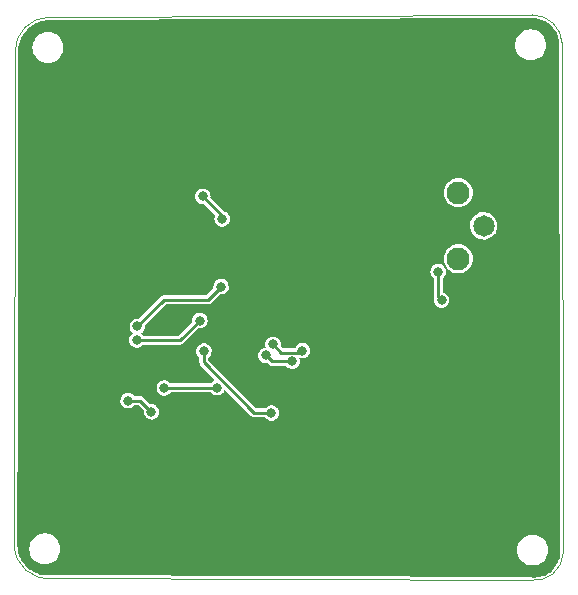
<source format=gbr>
%TF.GenerationSoftware,KiCad,Pcbnew,(6.0.7)*%
%TF.CreationDate,2022-11-05T01:20:28+05:30*%
%TF.ProjectId,Interface_PCB,496e7465-7266-4616-9365-5f5043422e6b,rev?*%
%TF.SameCoordinates,Original*%
%TF.FileFunction,Copper,L2,Bot*%
%TF.FilePolarity,Positive*%
%FSLAX46Y46*%
G04 Gerber Fmt 4.6, Leading zero omitted, Abs format (unit mm)*
G04 Created by KiCad (PCBNEW (6.0.7)) date 2022-11-05 01:20:28*
%MOMM*%
%LPD*%
G01*
G04 APERTURE LIST*
%TA.AperFunction,Profile*%
%ADD10C,0.100000*%
%TD*%
%TA.AperFunction,ComponentPad*%
%ADD11C,1.950000*%
%TD*%
%TA.AperFunction,ComponentPad*%
%ADD12C,1.815000*%
%TD*%
%TA.AperFunction,ViaPad*%
%ADD13C,0.800000*%
%TD*%
%TA.AperFunction,Conductor*%
%ADD14C,0.250000*%
%TD*%
G04 APERTURE END LIST*
D10*
X117094000Y-83007162D02*
G75*
G03*
X114147600Y-86004400I-400J-2946438D01*
G01*
X117246400Y-130530600D02*
X157748260Y-130697260D01*
X160477221Y-85216999D02*
G75*
G03*
X157962600Y-82829400I-2514621J-130401D01*
G01*
X157748256Y-130697285D02*
G75*
G03*
X160578800Y-128371600I379644J2423285D01*
G01*
X114096800Y-127736600D02*
X114147600Y-86004400D01*
X117094000Y-83007200D02*
X157962600Y-82829400D01*
X160477200Y-85217000D02*
X160578800Y-128371600D01*
X114096788Y-127736600D02*
G75*
G03*
X117246400Y-130530600I2834212J22700D01*
G01*
D11*
%TO.P,USB,MH1*%
%TO.N,N/C*%
X151679400Y-103485600D03*
%TO.P,USB,MH2*%
X151679400Y-97885600D03*
D12*
%TO.P,USB,MH3*%
X153828400Y-100685600D03*
%TD*%
D13*
%TO.N,GND*%
X152425400Y-122072400D03*
X127635000Y-86004400D03*
X154406600Y-92557600D03*
X148082000Y-99263200D03*
X125831600Y-103505000D03*
X148844000Y-114681000D03*
X119303800Y-99263200D03*
X133400800Y-99161600D03*
X138379200Y-121767600D03*
X127254000Y-94310200D03*
X124587000Y-101193600D03*
X132585896Y-105659772D03*
X145084800Y-113030000D03*
X138480800Y-106349800D03*
X126898400Y-108153200D03*
X151079200Y-114249200D03*
X117424200Y-117322600D03*
X137566400Y-84683600D03*
X131622800Y-104800400D03*
X152857200Y-124536200D03*
%TO.N,LSE_OUT*%
X131685000Y-100101400D03*
X130048000Y-98196400D03*
%TO.N,VBUS*%
X149987000Y-104571800D03*
X150266400Y-106984800D03*
%TO.N,I2C2_SCL*%
X126796800Y-114414900D03*
X131267200Y-114401600D03*
%TO.N,USART2_RX*%
X131602461Y-105838263D03*
X124510800Y-109194600D03*
%TO.N,SPI1_MOSI*%
X138488584Y-111259784D03*
X135991600Y-110718600D03*
%TO.N,SPI1_MISO*%
X135405887Y-111656888D03*
X137612283Y-112150484D03*
%TO.N,I2C2_SDA*%
X125704600Y-116433600D03*
X123723400Y-115493800D03*
%TO.N,USART2_TX*%
X124460000Y-110363000D03*
X129794000Y-108712000D03*
%TO.N,SPI1_CLK*%
X130149600Y-111302800D03*
X135864600Y-116535200D03*
%TD*%
D14*
%TO.N,LSE_OUT*%
X131685000Y-100101400D02*
X131685000Y-99833400D01*
X131685000Y-99833400D02*
X130048000Y-98196400D01*
%TO.N,VBUS*%
X150266400Y-106984800D02*
X149987000Y-106705400D01*
X149987000Y-106705400D02*
X149987000Y-104571800D01*
%TO.N,I2C2_SCL*%
X126796800Y-114414900D02*
X131253900Y-114414900D01*
X131253900Y-114414900D02*
X131267200Y-114401600D01*
%TO.N,USART2_RX*%
X131602461Y-105838263D02*
X130481324Y-106959400D01*
X130481324Y-106959400D02*
X126746000Y-106959400D01*
X126746000Y-106959400D02*
X124510800Y-109194600D01*
%TO.N,SPI1_MOSI*%
X136698984Y-111425984D02*
X135991600Y-110718600D01*
X138488584Y-111259784D02*
X138322384Y-111425984D01*
X138322384Y-111425984D02*
X136698984Y-111425984D01*
%TO.N,SPI1_MISO*%
X135899483Y-112150484D02*
X135405887Y-111656888D01*
X137612283Y-112150484D02*
X135899483Y-112150484D01*
%TO.N,I2C2_SDA*%
X123723400Y-115493800D02*
X124764800Y-115493800D01*
X124764800Y-115493800D02*
X125704600Y-116433600D01*
%TO.N,USART2_TX*%
X124460000Y-110363000D02*
X128143000Y-110363000D01*
X128143000Y-110363000D02*
X129794000Y-108712000D01*
%TO.N,SPI1_CLK*%
X130149600Y-111302800D02*
X130149600Y-112258695D01*
X134426105Y-116535200D02*
X135864600Y-116535200D01*
X130149600Y-112258695D02*
X134426105Y-116535200D01*
%TD*%
%TA.AperFunction,Conductor*%
%TO.N,GND*%
G36*
X157943005Y-83084989D02*
G01*
X157957788Y-83087929D01*
X157962600Y-83088886D01*
X157975235Y-83086373D01*
X157988097Y-83085516D01*
X158245206Y-83101810D01*
X158251448Y-83102605D01*
X158526443Y-83155456D01*
X158532530Y-83157031D01*
X158798651Y-83244175D01*
X158804494Y-83246507D01*
X159057478Y-83366546D01*
X159062980Y-83369597D01*
X159298794Y-83520620D01*
X159303866Y-83524340D01*
X159316979Y-83535301D01*
X159518718Y-83703918D01*
X159523286Y-83708256D01*
X159713747Y-83913518D01*
X159717732Y-83918397D01*
X159875620Y-84138888D01*
X159880761Y-84146068D01*
X159884097Y-84151412D01*
X160017073Y-84397833D01*
X160019708Y-84403555D01*
X160120513Y-84664793D01*
X160122404Y-84670799D01*
X160157063Y-84811401D01*
X160189425Y-84942688D01*
X160190542Y-84948888D01*
X160220119Y-85204713D01*
X160219930Y-85217604D01*
X160218062Y-85230438D01*
X160219266Y-85235190D01*
X160219266Y-85235191D01*
X160221264Y-85243078D01*
X160222789Y-85255191D01*
X160297971Y-117188454D01*
X160323759Y-128141842D01*
X160324215Y-128335739D01*
X160322833Y-128347506D01*
X160319520Y-128361275D01*
X160320285Y-128366123D01*
X160320285Y-128366125D01*
X160321503Y-128373844D01*
X160321839Y-128386809D01*
X160295067Y-128641671D01*
X160293978Y-128648034D01*
X160258461Y-128796784D01*
X160229297Y-128918924D01*
X160227394Y-128925093D01*
X160128212Y-129185344D01*
X160125527Y-129191214D01*
X159993515Y-129436445D01*
X159990093Y-129441919D01*
X159827470Y-129668008D01*
X159823369Y-129672994D01*
X159632857Y-129876155D01*
X159628145Y-129880568D01*
X159412954Y-130057377D01*
X159407719Y-130061137D01*
X159312141Y-130120804D01*
X159171467Y-130208622D01*
X159165780Y-130211679D01*
X158912437Y-130327362D01*
X158906404Y-130329657D01*
X158793397Y-130364445D01*
X158640215Y-130411600D01*
X158633946Y-130413092D01*
X158359396Y-130459911D01*
X158352993Y-130460580D01*
X158187688Y-130467060D01*
X158074686Y-130471490D01*
X158068232Y-130471324D01*
X157813110Y-130448162D01*
X157800459Y-130445318D01*
X157788422Y-130440901D01*
X157770374Y-130441640D01*
X157744709Y-130442691D01*
X157742466Y-130442733D01*
X117259729Y-130276152D01*
X117255715Y-130275973D01*
X117222410Y-130273141D01*
X117222408Y-130273141D01*
X117217525Y-130272726D01*
X117204913Y-130276737D01*
X117192406Y-130279009D01*
X116913126Y-130293465D01*
X116907179Y-130293417D01*
X116650588Y-130275973D01*
X116605490Y-130272907D01*
X116599589Y-130272149D01*
X116374609Y-130229471D01*
X116302516Y-130215795D01*
X116296745Y-130214339D01*
X116008501Y-130122939D01*
X116002945Y-130120804D01*
X115727668Y-129995668D01*
X115722407Y-129992885D01*
X115464038Y-129835808D01*
X115459146Y-129832418D01*
X115221355Y-129645632D01*
X115216902Y-129641682D01*
X115003096Y-129427860D01*
X114999146Y-129423407D01*
X114884992Y-129278060D01*
X114812371Y-129185595D01*
X114808984Y-129180706D01*
X114789337Y-129148383D01*
X114688984Y-128983290D01*
X114651923Y-128922320D01*
X114649141Y-128917059D01*
X114633367Y-128882352D01*
X114524025Y-128641772D01*
X114521894Y-128636226D01*
X114430516Y-128347977D01*
X114429060Y-128342206D01*
X114372727Y-128045129D01*
X114372378Y-128042414D01*
X115370426Y-128042414D01*
X115390320Y-128269803D01*
X115449397Y-128490284D01*
X115545863Y-128697155D01*
X115676787Y-128884133D01*
X115838190Y-129045536D01*
X116025168Y-129176460D01*
X116232039Y-129272926D01*
X116234141Y-129273489D01*
X116234146Y-129273491D01*
X116373501Y-129310830D01*
X116452520Y-129332003D01*
X116622953Y-129346914D01*
X116736865Y-129346914D01*
X116907298Y-129332003D01*
X116986317Y-129310830D01*
X117125672Y-129273491D01*
X117125677Y-129273489D01*
X117127779Y-129272926D01*
X117334650Y-129176460D01*
X117521628Y-129045536D01*
X117683031Y-128884133D01*
X117813955Y-128697156D01*
X117910421Y-128490284D01*
X117969498Y-128269803D01*
X117980503Y-128144014D01*
X156670826Y-128144014D01*
X156690720Y-128371403D01*
X156749797Y-128591884D01*
X156846263Y-128798755D01*
X156977187Y-128985733D01*
X157138590Y-129147136D01*
X157325568Y-129278060D01*
X157532439Y-129374526D01*
X157534541Y-129375089D01*
X157534546Y-129375091D01*
X157673901Y-129412430D01*
X157752920Y-129433603D01*
X157923353Y-129448514D01*
X158037265Y-129448514D01*
X158207698Y-129433603D01*
X158286717Y-129412430D01*
X158426072Y-129375091D01*
X158426077Y-129375089D01*
X158428179Y-129374526D01*
X158635050Y-129278060D01*
X158822028Y-129147136D01*
X158983431Y-128985733D01*
X159114355Y-128798756D01*
X159210821Y-128591884D01*
X159269898Y-128371403D01*
X159289792Y-128144014D01*
X159269898Y-127916625D01*
X159222218Y-127738678D01*
X159211386Y-127698251D01*
X159211384Y-127698246D01*
X159210821Y-127696144D01*
X159114355Y-127489273D01*
X158983431Y-127302295D01*
X158822028Y-127140892D01*
X158635050Y-127009968D01*
X158428179Y-126913502D01*
X158426077Y-126912939D01*
X158426072Y-126912937D01*
X158286717Y-126875598D01*
X158207698Y-126854425D01*
X158037265Y-126839514D01*
X157923353Y-126839514D01*
X157752920Y-126854425D01*
X157673901Y-126875598D01*
X157534546Y-126912937D01*
X157534541Y-126912939D01*
X157532439Y-126913502D01*
X157325568Y-127009968D01*
X157138590Y-127140892D01*
X156977187Y-127302295D01*
X156846263Y-127489272D01*
X156749797Y-127696144D01*
X156749234Y-127698246D01*
X156749232Y-127698251D01*
X156738400Y-127738678D01*
X156690720Y-127916625D01*
X156670826Y-128144014D01*
X117980503Y-128144014D01*
X117989392Y-128042414D01*
X117969498Y-127815025D01*
X117942001Y-127712405D01*
X117910986Y-127596651D01*
X117910984Y-127596646D01*
X117910421Y-127594544D01*
X117813955Y-127387673D01*
X117683031Y-127200695D01*
X117521628Y-127039292D01*
X117334650Y-126908368D01*
X117127779Y-126811902D01*
X117125677Y-126811339D01*
X117125672Y-126811337D01*
X116986317Y-126773998D01*
X116907298Y-126752825D01*
X116736865Y-126737914D01*
X116622953Y-126737914D01*
X116452520Y-126752825D01*
X116373501Y-126773998D01*
X116234146Y-126811337D01*
X116234141Y-126811339D01*
X116232039Y-126811902D01*
X116025168Y-126908368D01*
X115838190Y-127039292D01*
X115676787Y-127200695D01*
X115545863Y-127387672D01*
X115449397Y-127594544D01*
X115448834Y-127596646D01*
X115448832Y-127596651D01*
X115417817Y-127712405D01*
X115390320Y-127815025D01*
X115370426Y-128042414D01*
X114372378Y-128042414D01*
X114371969Y-128039225D01*
X114363644Y-127916625D01*
X114353025Y-127760260D01*
X114353792Y-127747563D01*
X114355360Y-127739338D01*
X114356278Y-127734522D01*
X114355283Y-127729722D01*
X114355283Y-127729719D01*
X114352374Y-127715684D01*
X114351337Y-127705515D01*
X114351349Y-127696144D01*
X114366211Y-115486896D01*
X123064129Y-115486896D01*
X123081513Y-115644353D01*
X123135953Y-115793119D01*
X123224308Y-115924605D01*
X123341476Y-116031219D01*
X123480693Y-116106808D01*
X123483593Y-116107569D01*
X123483596Y-116107570D01*
X123631020Y-116146246D01*
X123631023Y-116146246D01*
X123633922Y-116147007D01*
X123703387Y-116148098D01*
X123789315Y-116149448D01*
X123789316Y-116149448D01*
X123792316Y-116149495D01*
X123795241Y-116148825D01*
X123795242Y-116148825D01*
X123836586Y-116139356D01*
X123946732Y-116114129D01*
X123949412Y-116112781D01*
X123949415Y-116112780D01*
X124085570Y-116044302D01*
X124085574Y-116044300D01*
X124088255Y-116042951D01*
X124090539Y-116041001D01*
X124090541Y-116040999D01*
X124206432Y-115942018D01*
X124208714Y-115940069D01*
X124218375Y-115926625D01*
X124241789Y-115894040D01*
X124274183Y-115873955D01*
X124282231Y-115873300D01*
X124586978Y-115873300D01*
X124622192Y-115887886D01*
X125041420Y-116307114D01*
X125056006Y-116342328D01*
X125055580Y-116348828D01*
X125052119Y-116375121D01*
X125045329Y-116426696D01*
X125045658Y-116429676D01*
X125045658Y-116429679D01*
X125047795Y-116449030D01*
X125062713Y-116584153D01*
X125117153Y-116732919D01*
X125205508Y-116864405D01*
X125322676Y-116971019D01*
X125461893Y-117046608D01*
X125464793Y-117047369D01*
X125464796Y-117047370D01*
X125612220Y-117086046D01*
X125612223Y-117086046D01*
X125615122Y-117086807D01*
X125684587Y-117087898D01*
X125770515Y-117089248D01*
X125770516Y-117089248D01*
X125773516Y-117089295D01*
X125776441Y-117088625D01*
X125776442Y-117088625D01*
X125855151Y-117070598D01*
X125927932Y-117053929D01*
X125930612Y-117052581D01*
X125930615Y-117052580D01*
X126066770Y-116984102D01*
X126066774Y-116984100D01*
X126069455Y-116982751D01*
X126071739Y-116980801D01*
X126071741Y-116980799D01*
X126187632Y-116881818D01*
X126189914Y-116879869D01*
X126192206Y-116876679D01*
X126280604Y-116753661D01*
X126280605Y-116753660D01*
X126282355Y-116751224D01*
X126341442Y-116604241D01*
X126363762Y-116447407D01*
X126363907Y-116433600D01*
X126344876Y-116276333D01*
X126343815Y-116273525D01*
X126343814Y-116273521D01*
X126289941Y-116130954D01*
X126288880Y-116128146D01*
X126199153Y-115997592D01*
X126194910Y-115993811D01*
X126119501Y-115926625D01*
X126080875Y-115892211D01*
X126078224Y-115890807D01*
X126078222Y-115890806D01*
X125943529Y-115819490D01*
X125940874Y-115818084D01*
X125787233Y-115779492D01*
X125784229Y-115779476D01*
X125784227Y-115779476D01*
X125709590Y-115779085D01*
X125628821Y-115778662D01*
X125625902Y-115779363D01*
X125625900Y-115779363D01*
X125623637Y-115779906D01*
X125621698Y-115780372D01*
X125584053Y-115774412D01*
X125574857Y-115767163D01*
X125065541Y-115257847D01*
X125058918Y-115249646D01*
X125051602Y-115238316D01*
X125049371Y-115234860D01*
X125019471Y-115211289D01*
X125015088Y-115207394D01*
X125010856Y-115203162D01*
X125009186Y-115201969D01*
X125009183Y-115201966D01*
X124993682Y-115190889D01*
X124991820Y-115189491D01*
X124974087Y-115175512D01*
X124953386Y-115159192D01*
X124953383Y-115159190D01*
X124950153Y-115156644D01*
X124946269Y-115155280D01*
X124942663Y-115153298D01*
X124942756Y-115153129D01*
X124941195Y-115152318D01*
X124941111Y-115152490D01*
X124937415Y-115150680D01*
X124934066Y-115148286D01*
X124930122Y-115147106D01*
X124930121Y-115147106D01*
X124916558Y-115143050D01*
X124883206Y-115133075D01*
X124881021Y-115132366D01*
X124830949Y-115114782D01*
X124827825Y-115114511D01*
X124827823Y-115114511D01*
X124826469Y-115114394D01*
X124826470Y-115114394D01*
X124825692Y-115114327D01*
X124825688Y-115114326D01*
X124825384Y-115114300D01*
X124825386Y-115114275D01*
X124821077Y-115113549D01*
X124821048Y-115113782D01*
X124816963Y-115113266D01*
X124813022Y-115112087D01*
X124808915Y-115112248D01*
X124808912Y-115112248D01*
X124757663Y-115114262D01*
X124755708Y-115114300D01*
X124282990Y-115114300D01*
X124247776Y-115099714D01*
X124241957Y-115092717D01*
X124217953Y-115057792D01*
X124214656Y-115054854D01*
X124114256Y-114965402D01*
X124099675Y-114952411D01*
X124097024Y-114951007D01*
X124097022Y-114951006D01*
X123962329Y-114879690D01*
X123959674Y-114878284D01*
X123806033Y-114839692D01*
X123803029Y-114839676D01*
X123803027Y-114839676D01*
X123729148Y-114839289D01*
X123647621Y-114838862D01*
X123493584Y-114875843D01*
X123352814Y-114948500D01*
X123233439Y-115052638D01*
X123231716Y-115055090D01*
X123231713Y-115055093D01*
X123190102Y-115114300D01*
X123142350Y-115182244D01*
X123084806Y-115329837D01*
X123064129Y-115486896D01*
X114366211Y-115486896D01*
X114367524Y-114407996D01*
X126137529Y-114407996D01*
X126154913Y-114565453D01*
X126209353Y-114714219D01*
X126297708Y-114845705D01*
X126414876Y-114952319D01*
X126554093Y-115027908D01*
X126556993Y-115028669D01*
X126556996Y-115028670D01*
X126704420Y-115067346D01*
X126704423Y-115067346D01*
X126707322Y-115068107D01*
X126776787Y-115069198D01*
X126862715Y-115070548D01*
X126862716Y-115070548D01*
X126865716Y-115070595D01*
X126868641Y-115069925D01*
X126868642Y-115069925D01*
X126933401Y-115055093D01*
X127020132Y-115035229D01*
X127022812Y-115033881D01*
X127022815Y-115033880D01*
X127158970Y-114965402D01*
X127158974Y-114965400D01*
X127161655Y-114964051D01*
X127163939Y-114962101D01*
X127163941Y-114962099D01*
X127279832Y-114863118D01*
X127282114Y-114861169D01*
X127290271Y-114849818D01*
X127315189Y-114815140D01*
X127347583Y-114795055D01*
X127355631Y-114794400D01*
X130716035Y-114794400D01*
X130751249Y-114808986D01*
X130757366Y-114816420D01*
X130768108Y-114832405D01*
X130770322Y-114834420D01*
X130770325Y-114834423D01*
X130874362Y-114929088D01*
X130885276Y-114939019D01*
X131024493Y-115014608D01*
X131027393Y-115015369D01*
X131027396Y-115015370D01*
X131174820Y-115054046D01*
X131174823Y-115054046D01*
X131177722Y-115054807D01*
X131240749Y-115055797D01*
X131333115Y-115057248D01*
X131333116Y-115057248D01*
X131336116Y-115057295D01*
X131339041Y-115056625D01*
X131339042Y-115056625D01*
X131380386Y-115047156D01*
X131490532Y-115021929D01*
X131493212Y-115020581D01*
X131493215Y-115020580D01*
X131629370Y-114952102D01*
X131629374Y-114952100D01*
X131632055Y-114950751D01*
X131634339Y-114948801D01*
X131634341Y-114948799D01*
X131750232Y-114849818D01*
X131752514Y-114847869D01*
X131758401Y-114839676D01*
X131843204Y-114721661D01*
X131843205Y-114721660D01*
X131844955Y-114719224D01*
X131882351Y-114626199D01*
X131909019Y-114598967D01*
X131947132Y-114598568D01*
X131963771Y-114609560D01*
X134125364Y-116771153D01*
X134131986Y-116779353D01*
X134141534Y-116794140D01*
X134144764Y-116796686D01*
X134171434Y-116817711D01*
X134175817Y-116821606D01*
X134180049Y-116825838D01*
X134197236Y-116838120D01*
X134199062Y-116839491D01*
X134240752Y-116872356D01*
X134244636Y-116873720D01*
X134248243Y-116875703D01*
X134248151Y-116875870D01*
X134249710Y-116876679D01*
X134249794Y-116876509D01*
X134253490Y-116878320D01*
X134256839Y-116880713D01*
X134307688Y-116895921D01*
X134309873Y-116896630D01*
X134359956Y-116914218D01*
X134363080Y-116914489D01*
X134363082Y-116914489D01*
X134364312Y-116914595D01*
X134365213Y-116914673D01*
X134365217Y-116914674D01*
X134365521Y-116914700D01*
X134365519Y-116914725D01*
X134369828Y-116915451D01*
X134369857Y-116915218D01*
X134373942Y-116915734D01*
X134377883Y-116916913D01*
X134381990Y-116916752D01*
X134381993Y-116916752D01*
X134433242Y-116914738D01*
X134435197Y-116914700D01*
X135304498Y-116914700D01*
X135339712Y-116929286D01*
X135345826Y-116936715D01*
X135365508Y-116966005D01*
X135482676Y-117072619D01*
X135621893Y-117148208D01*
X135624793Y-117148969D01*
X135624796Y-117148970D01*
X135772220Y-117187646D01*
X135772223Y-117187646D01*
X135775122Y-117188407D01*
X135844587Y-117189498D01*
X135930515Y-117190848D01*
X135930516Y-117190848D01*
X135933516Y-117190895D01*
X135936441Y-117190225D01*
X135936442Y-117190225D01*
X135977786Y-117180756D01*
X136087932Y-117155529D01*
X136090612Y-117154181D01*
X136090615Y-117154180D01*
X136226770Y-117085702D01*
X136226774Y-117085700D01*
X136229455Y-117084351D01*
X136231739Y-117082401D01*
X136231741Y-117082399D01*
X136347632Y-116983418D01*
X136349914Y-116981469D01*
X136351666Y-116979031D01*
X136440604Y-116855261D01*
X136440605Y-116855260D01*
X136442355Y-116852824D01*
X136501442Y-116705841D01*
X136523762Y-116549007D01*
X136523907Y-116535200D01*
X136504876Y-116377933D01*
X136503815Y-116375125D01*
X136503814Y-116375121D01*
X136449941Y-116232554D01*
X136448880Y-116229746D01*
X136387965Y-116141114D01*
X136360852Y-116101664D01*
X136359153Y-116099192D01*
X136353369Y-116094038D01*
X136247893Y-116000064D01*
X136240875Y-115993811D01*
X136238224Y-115992407D01*
X136238222Y-115992406D01*
X136103529Y-115921090D01*
X136100874Y-115919684D01*
X135947233Y-115881092D01*
X135944229Y-115881076D01*
X135944227Y-115881076D01*
X135870348Y-115880689D01*
X135788821Y-115880262D01*
X135634784Y-115917243D01*
X135494014Y-115989900D01*
X135374639Y-116094038D01*
X135372916Y-116096490D01*
X135372913Y-116096493D01*
X135346177Y-116134535D01*
X135313995Y-116154958D01*
X135305433Y-116155700D01*
X134603927Y-116155700D01*
X134568713Y-116141114D01*
X130543686Y-112116087D01*
X130529100Y-112080873D01*
X130529100Y-111862401D01*
X130543686Y-111827187D01*
X130546557Y-111824533D01*
X130567106Y-111806983D01*
X130634914Y-111749069D01*
X130653266Y-111723530D01*
X130706114Y-111649984D01*
X134746616Y-111649984D01*
X134746945Y-111652964D01*
X134746945Y-111652967D01*
X134750776Y-111687668D01*
X134764000Y-111807441D01*
X134818440Y-111956207D01*
X134906795Y-112087693D01*
X135023963Y-112194307D01*
X135163180Y-112269896D01*
X135166080Y-112270657D01*
X135166083Y-112270658D01*
X135313507Y-112309334D01*
X135313510Y-112309334D01*
X135316409Y-112310095D01*
X135385874Y-112311186D01*
X135471802Y-112312536D01*
X135471803Y-112312536D01*
X135474803Y-112312583D01*
X135488705Y-112309399D01*
X135526285Y-112315757D01*
X135535034Y-112322729D01*
X135598742Y-112386437D01*
X135605364Y-112394637D01*
X135614912Y-112409424D01*
X135618142Y-112411970D01*
X135644812Y-112432995D01*
X135649195Y-112436890D01*
X135653427Y-112441122D01*
X135670614Y-112453404D01*
X135672440Y-112454775D01*
X135714130Y-112487640D01*
X135718014Y-112489004D01*
X135721621Y-112490987D01*
X135721529Y-112491154D01*
X135723088Y-112491963D01*
X135723172Y-112491793D01*
X135726868Y-112493604D01*
X135730217Y-112495997D01*
X135781066Y-112511205D01*
X135783251Y-112511914D01*
X135833334Y-112529502D01*
X135836458Y-112529773D01*
X135836460Y-112529773D01*
X135837690Y-112529879D01*
X135838591Y-112529957D01*
X135838595Y-112529958D01*
X135838899Y-112529984D01*
X135838897Y-112530009D01*
X135843206Y-112530735D01*
X135843235Y-112530502D01*
X135847320Y-112531018D01*
X135851261Y-112532197D01*
X135855368Y-112532036D01*
X135855371Y-112532036D01*
X135906620Y-112530022D01*
X135908575Y-112529984D01*
X137052181Y-112529984D01*
X137087395Y-112544570D01*
X137093509Y-112551999D01*
X137113191Y-112581289D01*
X137230359Y-112687903D01*
X137369576Y-112763492D01*
X137372476Y-112764253D01*
X137372479Y-112764254D01*
X137519903Y-112802930D01*
X137519906Y-112802930D01*
X137522805Y-112803691D01*
X137592270Y-112804782D01*
X137678198Y-112806132D01*
X137678199Y-112806132D01*
X137681199Y-112806179D01*
X137684124Y-112805509D01*
X137684125Y-112805509D01*
X137725469Y-112796040D01*
X137835615Y-112770813D01*
X137838295Y-112769465D01*
X137838298Y-112769464D01*
X137974453Y-112700986D01*
X137974457Y-112700984D01*
X137977138Y-112699635D01*
X137979422Y-112697685D01*
X137979424Y-112697683D01*
X138095315Y-112598702D01*
X138097597Y-112596753D01*
X138129750Y-112552008D01*
X138188287Y-112470545D01*
X138188288Y-112470544D01*
X138190038Y-112468108D01*
X138249125Y-112321125D01*
X138271445Y-112164291D01*
X138271590Y-112150484D01*
X138252559Y-111993217D01*
X138251498Y-111990409D01*
X138251497Y-111990405D01*
X138236887Y-111951743D01*
X138238084Y-111913647D01*
X138265869Y-111887555D01*
X138296108Y-111885970D01*
X138328841Y-111894557D01*
X138396204Y-111912230D01*
X138396207Y-111912230D01*
X138399106Y-111912991D01*
X138468571Y-111914082D01*
X138554499Y-111915432D01*
X138554500Y-111915432D01*
X138557500Y-111915479D01*
X138560425Y-111914809D01*
X138560426Y-111914809D01*
X138601770Y-111905340D01*
X138711916Y-111880113D01*
X138714596Y-111878765D01*
X138714599Y-111878764D01*
X138850754Y-111810286D01*
X138850758Y-111810284D01*
X138853439Y-111808935D01*
X138855723Y-111806985D01*
X138855725Y-111806983D01*
X138971616Y-111708002D01*
X138973898Y-111706053D01*
X139066339Y-111577408D01*
X139125426Y-111430425D01*
X139132963Y-111377469D01*
X139147515Y-111275214D01*
X139147746Y-111273591D01*
X139147891Y-111259784D01*
X139128860Y-111102517D01*
X139127799Y-111099709D01*
X139127798Y-111099705D01*
X139073925Y-110957138D01*
X139072864Y-110954330D01*
X139012274Y-110866171D01*
X138984836Y-110826248D01*
X138983137Y-110823776D01*
X138977353Y-110818622D01*
X138888027Y-110739037D01*
X138864859Y-110718395D01*
X138862208Y-110716991D01*
X138862206Y-110716990D01*
X138733183Y-110648676D01*
X138724858Y-110644268D01*
X138571217Y-110605676D01*
X138568213Y-110605660D01*
X138568211Y-110605660D01*
X138494332Y-110605273D01*
X138412805Y-110604846D01*
X138258768Y-110641827D01*
X138117998Y-110714484D01*
X137998623Y-110818622D01*
X137996900Y-110821074D01*
X137996897Y-110821077D01*
X137966665Y-110864093D01*
X137907534Y-110948228D01*
X137906445Y-110951021D01*
X137906444Y-110951023D01*
X137881589Y-111014774D01*
X137855208Y-111042284D01*
X137835191Y-111046484D01*
X136876806Y-111046484D01*
X136841592Y-111031898D01*
X136654819Y-110845125D01*
X136640233Y-110809911D01*
X136640730Y-110802894D01*
X136649866Y-110738706D01*
X136650762Y-110732407D01*
X136650907Y-110718600D01*
X136631876Y-110561333D01*
X136630815Y-110558525D01*
X136630814Y-110558521D01*
X136576941Y-110415954D01*
X136575880Y-110413146D01*
X136486153Y-110282592D01*
X136480369Y-110277438D01*
X136370115Y-110179207D01*
X136367875Y-110177211D01*
X136365224Y-110175807D01*
X136365222Y-110175806D01*
X136230529Y-110104490D01*
X136227874Y-110103084D01*
X136074233Y-110064492D01*
X136071229Y-110064476D01*
X136071227Y-110064476D01*
X135997348Y-110064089D01*
X135915821Y-110063662D01*
X135761784Y-110100643D01*
X135621014Y-110173300D01*
X135501639Y-110277438D01*
X135499916Y-110279890D01*
X135499913Y-110279893D01*
X135441341Y-110363233D01*
X135410550Y-110407044D01*
X135409461Y-110409837D01*
X135409460Y-110409839D01*
X135408171Y-110413146D01*
X135353006Y-110554637D01*
X135352614Y-110557611D01*
X135352614Y-110557613D01*
X135352124Y-110561333D01*
X135332329Y-110711696D01*
X135332658Y-110714676D01*
X135332658Y-110714679D01*
X135337818Y-110761411D01*
X135349713Y-110869153D01*
X135360415Y-110898398D01*
X135373957Y-110935405D01*
X135372361Y-110973487D01*
X135344304Y-110999286D01*
X135333011Y-111001965D01*
X135330108Y-111001950D01*
X135176071Y-111038931D01*
X135035301Y-111111588D01*
X134915926Y-111215726D01*
X134914203Y-111218178D01*
X134914200Y-111218181D01*
X134874117Y-111275214D01*
X134824837Y-111345332D01*
X134823748Y-111348125D01*
X134823747Y-111348127D01*
X134812732Y-111376379D01*
X134767293Y-111492925D01*
X134766901Y-111495899D01*
X134766901Y-111495901D01*
X134766411Y-111499621D01*
X134746616Y-111649984D01*
X130706114Y-111649984D01*
X130725604Y-111622861D01*
X130725605Y-111622860D01*
X130727355Y-111620424D01*
X130786442Y-111473441D01*
X130808762Y-111316607D01*
X130808907Y-111302800D01*
X130789876Y-111145533D01*
X130788815Y-111142725D01*
X130788814Y-111142721D01*
X130734941Y-111000154D01*
X130733880Y-110997346D01*
X130644153Y-110866792D01*
X130638369Y-110861638D01*
X130564501Y-110795825D01*
X130525875Y-110761411D01*
X130523224Y-110760007D01*
X130523222Y-110760006D01*
X130441979Y-110716990D01*
X130385874Y-110687284D01*
X130232233Y-110648692D01*
X130229229Y-110648676D01*
X130229227Y-110648676D01*
X130155348Y-110648289D01*
X130073821Y-110647862D01*
X129919784Y-110684843D01*
X129779014Y-110757500D01*
X129659639Y-110861638D01*
X129657916Y-110864090D01*
X129657913Y-110864093D01*
X129623188Y-110913502D01*
X129568550Y-110991244D01*
X129567461Y-110994037D01*
X129567460Y-110994039D01*
X129557866Y-111018648D01*
X129511006Y-111138837D01*
X129510614Y-111141811D01*
X129510614Y-111141813D01*
X129510124Y-111145533D01*
X129490329Y-111295896D01*
X129490658Y-111298876D01*
X129490658Y-111298879D01*
X129498985Y-111374295D01*
X129507713Y-111453353D01*
X129562153Y-111602119D01*
X129650508Y-111733605D01*
X129750438Y-111824533D01*
X129753816Y-111827607D01*
X129770100Y-111864441D01*
X129770100Y-112212885D01*
X129768984Y-112223367D01*
X129765280Y-112240571D01*
X129765764Y-112244660D01*
X129765764Y-112244661D01*
X129769755Y-112278379D01*
X129770100Y-112284233D01*
X129770100Y-112290219D01*
X129770437Y-112292246D01*
X129770438Y-112292253D01*
X129773563Y-112311026D01*
X129773894Y-112313349D01*
X129775144Y-112323911D01*
X129780130Y-112366036D01*
X129781912Y-112369748D01*
X129783061Y-112373701D01*
X129782875Y-112373755D01*
X129783404Y-112375426D01*
X129783586Y-112375364D01*
X129784921Y-112379262D01*
X129785596Y-112383321D01*
X129787551Y-112386944D01*
X129810783Y-112430001D01*
X129811848Y-112432092D01*
X129833459Y-112477096D01*
X129833461Y-112477100D01*
X129834819Y-112479927D01*
X129838234Y-112483988D01*
X129838234Y-112483989D01*
X129838414Y-112484203D01*
X129838397Y-112484217D01*
X129840929Y-112487775D01*
X129841112Y-112487633D01*
X129843634Y-112490884D01*
X129845590Y-112494509D01*
X129848615Y-112497305D01*
X129886258Y-112532102D01*
X129887668Y-112533457D01*
X131056047Y-113701836D01*
X131070633Y-113737050D01*
X131056047Y-113772264D01*
X131038887Y-113783282D01*
X131037384Y-113783643D01*
X130896614Y-113856300D01*
X130777239Y-113960438D01*
X130775516Y-113962890D01*
X130775513Y-113962893D01*
X130739430Y-114014235D01*
X130707248Y-114034658D01*
X130698686Y-114035400D01*
X127356390Y-114035400D01*
X127321176Y-114020814D01*
X127315357Y-114013817D01*
X127291353Y-113978892D01*
X127173075Y-113873511D01*
X127170424Y-113872107D01*
X127170422Y-113872106D01*
X127035729Y-113800790D01*
X127033074Y-113799384D01*
X126879433Y-113760792D01*
X126876429Y-113760776D01*
X126876427Y-113760776D01*
X126802548Y-113760389D01*
X126721021Y-113759962D01*
X126566984Y-113796943D01*
X126426214Y-113869600D01*
X126306839Y-113973738D01*
X126305116Y-113976190D01*
X126305113Y-113976193D01*
X126263502Y-114035400D01*
X126215750Y-114103344D01*
X126158206Y-114250937D01*
X126137529Y-114407996D01*
X114367524Y-114407996D01*
X114371670Y-111001989D01*
X114372456Y-110356096D01*
X123800729Y-110356096D01*
X123801058Y-110359076D01*
X123801058Y-110359079D01*
X123811057Y-110449644D01*
X123818113Y-110513553D01*
X123872553Y-110662319D01*
X123960908Y-110793805D01*
X124078076Y-110900419D01*
X124217293Y-110976008D01*
X124220193Y-110976769D01*
X124220196Y-110976770D01*
X124367620Y-111015446D01*
X124367623Y-111015446D01*
X124370522Y-111016207D01*
X124439987Y-111017298D01*
X124525915Y-111018648D01*
X124525916Y-111018648D01*
X124528916Y-111018695D01*
X124531841Y-111018025D01*
X124531842Y-111018025D01*
X124573186Y-111008556D01*
X124683332Y-110983329D01*
X124686012Y-110981981D01*
X124686015Y-110981980D01*
X124822170Y-110913502D01*
X124822174Y-110913500D01*
X124824855Y-110912151D01*
X124827139Y-110910201D01*
X124827141Y-110910199D01*
X124943032Y-110811218D01*
X124945314Y-110809269D01*
X124954975Y-110795825D01*
X124978389Y-110763240D01*
X125010783Y-110743155D01*
X125018831Y-110742500D01*
X128097190Y-110742500D01*
X128107672Y-110743616D01*
X128120848Y-110746453D01*
X128120849Y-110746453D01*
X128124876Y-110747320D01*
X128128965Y-110746836D01*
X128128966Y-110746836D01*
X128162684Y-110742845D01*
X128168538Y-110742500D01*
X128174524Y-110742500D01*
X128176551Y-110742163D01*
X128176558Y-110742162D01*
X128195331Y-110739037D01*
X128197654Y-110738706D01*
X128246251Y-110732954D01*
X128250341Y-110732470D01*
X128254053Y-110730688D01*
X128258006Y-110729539D01*
X128258060Y-110729725D01*
X128259731Y-110729196D01*
X128259669Y-110729014D01*
X128263567Y-110727679D01*
X128267626Y-110727004D01*
X128314306Y-110701817D01*
X128316397Y-110700752D01*
X128361401Y-110679141D01*
X128361405Y-110679139D01*
X128364232Y-110677781D01*
X128368508Y-110674186D01*
X128368522Y-110674203D01*
X128372080Y-110671671D01*
X128371938Y-110671488D01*
X128375189Y-110668966D01*
X128378814Y-110667010D01*
X128416407Y-110626342D01*
X128417762Y-110624932D01*
X129663584Y-109379110D01*
X129698798Y-109364524D01*
X129703015Y-109364812D01*
X129704522Y-109365207D01*
X129779145Y-109366379D01*
X129859915Y-109367648D01*
X129859916Y-109367648D01*
X129862916Y-109367695D01*
X129865841Y-109367025D01*
X129865842Y-109367025D01*
X129961339Y-109345153D01*
X130017332Y-109332329D01*
X130020012Y-109330981D01*
X130020015Y-109330980D01*
X130156170Y-109262502D01*
X130156174Y-109262500D01*
X130158855Y-109261151D01*
X130161139Y-109259201D01*
X130161141Y-109259199D01*
X130277032Y-109160218D01*
X130279314Y-109158269D01*
X130331803Y-109085223D01*
X130370004Y-109032061D01*
X130370005Y-109032060D01*
X130371755Y-109029624D01*
X130430842Y-108882641D01*
X130453162Y-108725807D01*
X130453307Y-108712000D01*
X130434276Y-108554733D01*
X130433215Y-108551925D01*
X130433214Y-108551921D01*
X130379341Y-108409354D01*
X130378280Y-108406546D01*
X130288553Y-108275992D01*
X130282769Y-108270838D01*
X130172515Y-108172607D01*
X130170275Y-108170611D01*
X130167624Y-108169207D01*
X130167622Y-108169206D01*
X130032929Y-108097890D01*
X130030274Y-108096484D01*
X129876633Y-108057892D01*
X129873629Y-108057876D01*
X129873627Y-108057876D01*
X129799748Y-108057489D01*
X129718221Y-108057062D01*
X129564184Y-108094043D01*
X129423414Y-108166700D01*
X129304039Y-108270838D01*
X129302316Y-108273290D01*
X129302313Y-108273293D01*
X129298679Y-108278464D01*
X129212950Y-108400444D01*
X129211861Y-108403237D01*
X129211860Y-108403239D01*
X129210571Y-108406546D01*
X129155406Y-108548037D01*
X129155014Y-108551011D01*
X129155014Y-108551013D01*
X129154524Y-108554733D01*
X129134729Y-108705096D01*
X129135058Y-108708076D01*
X129135058Y-108708079D01*
X129144979Y-108797933D01*
X129134346Y-108834535D01*
X129130694Y-108838612D01*
X128000392Y-109968914D01*
X127965178Y-109983500D01*
X125019590Y-109983500D01*
X124984376Y-109968914D01*
X124978557Y-109961917D01*
X124954553Y-109926992D01*
X124849340Y-109833251D01*
X124832751Y-109798935D01*
X124845285Y-109762940D01*
X124860093Y-109751578D01*
X124872967Y-109745103D01*
X124872968Y-109745103D01*
X124875655Y-109743751D01*
X124877939Y-109741801D01*
X124877941Y-109741799D01*
X124993832Y-109642818D01*
X124996114Y-109640869D01*
X125088555Y-109512224D01*
X125147642Y-109365241D01*
X125169962Y-109208407D01*
X125170107Y-109194600D01*
X125165946Y-109160218D01*
X125159783Y-109109283D01*
X125170033Y-109072571D01*
X125174008Y-109068086D01*
X126888608Y-107353486D01*
X126923822Y-107338900D01*
X130435514Y-107338900D01*
X130445996Y-107340016D01*
X130459172Y-107342853D01*
X130459173Y-107342853D01*
X130463200Y-107343720D01*
X130467289Y-107343236D01*
X130467290Y-107343236D01*
X130501008Y-107339245D01*
X130506862Y-107338900D01*
X130512848Y-107338900D01*
X130514875Y-107338563D01*
X130514882Y-107338562D01*
X130533655Y-107335437D01*
X130535978Y-107335106D01*
X130584575Y-107329354D01*
X130588665Y-107328870D01*
X130592377Y-107327088D01*
X130596330Y-107325939D01*
X130596384Y-107326125D01*
X130598055Y-107325596D01*
X130597993Y-107325414D01*
X130601891Y-107324079D01*
X130605950Y-107323404D01*
X130644833Y-107302424D01*
X130652630Y-107298217D01*
X130654721Y-107297152D01*
X130699725Y-107275541D01*
X130699729Y-107275539D01*
X130702556Y-107274181D01*
X130706832Y-107270586D01*
X130706846Y-107270603D01*
X130710404Y-107268071D01*
X130710262Y-107267888D01*
X130713513Y-107265366D01*
X130717138Y-107263410D01*
X130754731Y-107222742D01*
X130756086Y-107221332D01*
X131472045Y-106505373D01*
X131507259Y-106490787D01*
X131511476Y-106491075D01*
X131512983Y-106491470D01*
X131587606Y-106492642D01*
X131668376Y-106493911D01*
X131668377Y-106493911D01*
X131671377Y-106493958D01*
X131674302Y-106493288D01*
X131674303Y-106493288D01*
X131715647Y-106483819D01*
X131825793Y-106458592D01*
X131828473Y-106457244D01*
X131828476Y-106457243D01*
X131964631Y-106388765D01*
X131964635Y-106388763D01*
X131967316Y-106387414D01*
X131969600Y-106385464D01*
X131969602Y-106385462D01*
X132085493Y-106286481D01*
X132087775Y-106284532D01*
X132180216Y-106155887D01*
X132239303Y-106008904D01*
X132261623Y-105852070D01*
X132261768Y-105838263D01*
X132242737Y-105680996D01*
X132241676Y-105678188D01*
X132241675Y-105678184D01*
X132187802Y-105535617D01*
X132186741Y-105532809D01*
X132097014Y-105402255D01*
X132091230Y-105397101D01*
X131980976Y-105298870D01*
X131978736Y-105296874D01*
X131976085Y-105295470D01*
X131976083Y-105295469D01*
X131841390Y-105224153D01*
X131838735Y-105222747D01*
X131685094Y-105184155D01*
X131682090Y-105184139D01*
X131682088Y-105184139D01*
X131608209Y-105183752D01*
X131526682Y-105183325D01*
X131372645Y-105220306D01*
X131231875Y-105292963D01*
X131112500Y-105397101D01*
X131110777Y-105399553D01*
X131110774Y-105399556D01*
X131107140Y-105404727D01*
X131021411Y-105526707D01*
X131020322Y-105529500D01*
X131020321Y-105529502D01*
X131019032Y-105532809D01*
X130963867Y-105674300D01*
X130963475Y-105677274D01*
X130963475Y-105677276D01*
X130962985Y-105680996D01*
X130943190Y-105831359D01*
X130943519Y-105834339D01*
X130943519Y-105834342D01*
X130953440Y-105924196D01*
X130942807Y-105960798D01*
X130939155Y-105964875D01*
X130338716Y-106565314D01*
X130303502Y-106579900D01*
X126791810Y-106579900D01*
X126781328Y-106578784D01*
X126768152Y-106575947D01*
X126768151Y-106575947D01*
X126764124Y-106575080D01*
X126760035Y-106575564D01*
X126760034Y-106575564D01*
X126726316Y-106579555D01*
X126720462Y-106579900D01*
X126714476Y-106579900D01*
X126712449Y-106580237D01*
X126712442Y-106580238D01*
X126693669Y-106583363D01*
X126691346Y-106583694D01*
X126648845Y-106588724D01*
X126638659Y-106589930D01*
X126634947Y-106591712D01*
X126630994Y-106592861D01*
X126630940Y-106592675D01*
X126629269Y-106593204D01*
X126629331Y-106593386D01*
X126625433Y-106594721D01*
X126621374Y-106595396D01*
X126617750Y-106597351D01*
X126617751Y-106597351D01*
X126574668Y-106620597D01*
X126572577Y-106621662D01*
X126527598Y-106643261D01*
X126524768Y-106644620D01*
X126520492Y-106648214D01*
X126520475Y-106648194D01*
X126516917Y-106650726D01*
X126517062Y-106650912D01*
X126513811Y-106653434D01*
X126510186Y-106655390D01*
X126488041Y-106679346D01*
X126472593Y-106696058D01*
X126471238Y-106697468D01*
X124641195Y-108527511D01*
X124605981Y-108542097D01*
X124599364Y-108541280D01*
X124599324Y-108541600D01*
X124596345Y-108541224D01*
X124593433Y-108540492D01*
X124590432Y-108540476D01*
X124590430Y-108540476D01*
X124514227Y-108540077D01*
X124435021Y-108539662D01*
X124280984Y-108576643D01*
X124140214Y-108649300D01*
X124020839Y-108753438D01*
X124019116Y-108755890D01*
X124019113Y-108755893D01*
X123989567Y-108797933D01*
X123929750Y-108883044D01*
X123872206Y-109030637D01*
X123851529Y-109187696D01*
X123851858Y-109190676D01*
X123851858Y-109190679D01*
X123853995Y-109210030D01*
X123868913Y-109345153D01*
X123923353Y-109493919D01*
X124011708Y-109625405D01*
X124013928Y-109627425D01*
X124121678Y-109725470D01*
X124137907Y-109759958D01*
X124124996Y-109795820D01*
X124111003Y-109806557D01*
X124089414Y-109817700D01*
X123970039Y-109921838D01*
X123968316Y-109924290D01*
X123968313Y-109924293D01*
X123941878Y-109961907D01*
X123878950Y-110051444D01*
X123821406Y-110199037D01*
X123800729Y-110356096D01*
X114372456Y-110356096D01*
X114379506Y-104564896D01*
X149327729Y-104564896D01*
X149328058Y-104567876D01*
X149328058Y-104567879D01*
X149338057Y-104658444D01*
X149345113Y-104722353D01*
X149399553Y-104871119D01*
X149487908Y-105002605D01*
X149587838Y-105093533D01*
X149591216Y-105096607D01*
X149607500Y-105133441D01*
X149607500Y-106659590D01*
X149606384Y-106670072D01*
X149604920Y-106676874D01*
X149602680Y-106687276D01*
X149603164Y-106691365D01*
X149603164Y-106691366D01*
X149607155Y-106725084D01*
X149607500Y-106730938D01*
X149607500Y-106736924D01*
X149607837Y-106738951D01*
X149607838Y-106738958D01*
X149610963Y-106757731D01*
X149611294Y-106760054D01*
X149617530Y-106812741D01*
X149619312Y-106816453D01*
X149620461Y-106820406D01*
X149620275Y-106820460D01*
X149620804Y-106822132D01*
X149620986Y-106822070D01*
X149622011Y-106825064D01*
X149622140Y-106826355D01*
X149622658Y-106827993D01*
X149622997Y-106830032D01*
X149622515Y-106830112D01*
X149624270Y-106847694D01*
X149607129Y-106977896D01*
X149607458Y-106980876D01*
X149607458Y-106980879D01*
X149609595Y-107000230D01*
X149624513Y-107135353D01*
X149678953Y-107284119D01*
X149767308Y-107415605D01*
X149884476Y-107522219D01*
X150023693Y-107597808D01*
X150026593Y-107598569D01*
X150026596Y-107598570D01*
X150174020Y-107637246D01*
X150174023Y-107637246D01*
X150176922Y-107638007D01*
X150246387Y-107639098D01*
X150332315Y-107640448D01*
X150332316Y-107640448D01*
X150335316Y-107640495D01*
X150338241Y-107639825D01*
X150338242Y-107639825D01*
X150379586Y-107630356D01*
X150489732Y-107605129D01*
X150492412Y-107603781D01*
X150492415Y-107603780D01*
X150628570Y-107535302D01*
X150628574Y-107535300D01*
X150631255Y-107533951D01*
X150633539Y-107532001D01*
X150633541Y-107531999D01*
X150749432Y-107433018D01*
X150751714Y-107431069D01*
X150815104Y-107342853D01*
X150842404Y-107304861D01*
X150842405Y-107304860D01*
X150844155Y-107302424D01*
X150903242Y-107155441D01*
X150925562Y-106998607D01*
X150925707Y-106984800D01*
X150906676Y-106827533D01*
X150905615Y-106824725D01*
X150905614Y-106824721D01*
X150855222Y-106691366D01*
X150850680Y-106679346D01*
X150760953Y-106548792D01*
X150642675Y-106443411D01*
X150640024Y-106442007D01*
X150640022Y-106442006D01*
X150505329Y-106370690D01*
X150502674Y-106369284D01*
X150404167Y-106344541D01*
X150373568Y-106321815D01*
X150366500Y-106296241D01*
X150366500Y-105131401D01*
X150381086Y-105096187D01*
X150383957Y-105093533D01*
X150470032Y-105020018D01*
X150472314Y-105018069D01*
X150564755Y-104889424D01*
X150623842Y-104742441D01*
X150646162Y-104585607D01*
X150646307Y-104571800D01*
X150627276Y-104414533D01*
X150626215Y-104411725D01*
X150626214Y-104411721D01*
X150572341Y-104269154D01*
X150571280Y-104266346D01*
X150481553Y-104135792D01*
X150475769Y-104130638D01*
X150365515Y-104032407D01*
X150363275Y-104030411D01*
X150360624Y-104029007D01*
X150360622Y-104029006D01*
X150225929Y-103957690D01*
X150223274Y-103956284D01*
X150069633Y-103917692D01*
X150066629Y-103917676D01*
X150066627Y-103917676D01*
X149992748Y-103917289D01*
X149911221Y-103916862D01*
X149757184Y-103953843D01*
X149616414Y-104026500D01*
X149497039Y-104130638D01*
X149495316Y-104133090D01*
X149495313Y-104133093D01*
X149491679Y-104138264D01*
X149405950Y-104260244D01*
X149404861Y-104263037D01*
X149404860Y-104263039D01*
X149398666Y-104278926D01*
X149348406Y-104407837D01*
X149348014Y-104410811D01*
X149348014Y-104410813D01*
X149347524Y-104414533D01*
X149327729Y-104564896D01*
X114379506Y-104564896D01*
X114380820Y-103485600D01*
X150445204Y-103485600D01*
X150463954Y-103699916D01*
X150519635Y-103907720D01*
X150610555Y-104102698D01*
X150733951Y-104278926D01*
X150886074Y-104431049D01*
X151062302Y-104554445D01*
X151257280Y-104645365D01*
X151259383Y-104645928D01*
X151259387Y-104645930D01*
X151462982Y-104700483D01*
X151462985Y-104700483D01*
X151465084Y-104701046D01*
X151679400Y-104719796D01*
X151893716Y-104701046D01*
X151895815Y-104700483D01*
X151895818Y-104700483D01*
X152099413Y-104645930D01*
X152099417Y-104645928D01*
X152101520Y-104645365D01*
X152296498Y-104554445D01*
X152472726Y-104431049D01*
X152624849Y-104278926D01*
X152748245Y-104102698D01*
X152839165Y-103907720D01*
X152894846Y-103699916D01*
X152913596Y-103485600D01*
X152894846Y-103271284D01*
X152839165Y-103063480D01*
X152748245Y-102868502D01*
X152624849Y-102692274D01*
X152472726Y-102540151D01*
X152296498Y-102416755D01*
X152101520Y-102325835D01*
X152099417Y-102325272D01*
X152099413Y-102325270D01*
X151895818Y-102270717D01*
X151895815Y-102270717D01*
X151893716Y-102270154D01*
X151679400Y-102251404D01*
X151465084Y-102270154D01*
X151462985Y-102270717D01*
X151462982Y-102270717D01*
X151259387Y-102325270D01*
X151259383Y-102325272D01*
X151257280Y-102325835D01*
X151062302Y-102416755D01*
X150886074Y-102540151D01*
X150733951Y-102692274D01*
X150610555Y-102868502D01*
X150519635Y-103063480D01*
X150463954Y-103271284D01*
X150445204Y-103485600D01*
X114380820Y-103485600D01*
X114387267Y-98189496D01*
X129388729Y-98189496D01*
X129389058Y-98192476D01*
X129389058Y-98192479D01*
X129391195Y-98211830D01*
X129406113Y-98346953D01*
X129460553Y-98495719D01*
X129548908Y-98627205D01*
X129666076Y-98733819D01*
X129805293Y-98809408D01*
X129808193Y-98810169D01*
X129808196Y-98810170D01*
X129955620Y-98848846D01*
X129955623Y-98848846D01*
X129958522Y-98849607D01*
X130027987Y-98850698D01*
X130113915Y-98852048D01*
X130113916Y-98852048D01*
X130116916Y-98852095D01*
X130130818Y-98848911D01*
X130168398Y-98855269D01*
X130177147Y-98862241D01*
X131081175Y-99766269D01*
X131095761Y-99801483D01*
X131092359Y-99819573D01*
X131046406Y-99937437D01*
X131046014Y-99940411D01*
X131046014Y-99940413D01*
X131045524Y-99944133D01*
X131025729Y-100094496D01*
X131026058Y-100097476D01*
X131026058Y-100097479D01*
X131028195Y-100116830D01*
X131043113Y-100251953D01*
X131097553Y-100400719D01*
X131185908Y-100532205D01*
X131303076Y-100638819D01*
X131442293Y-100714408D01*
X131445193Y-100715169D01*
X131445196Y-100715170D01*
X131592620Y-100753846D01*
X131592623Y-100753846D01*
X131595522Y-100754607D01*
X131664987Y-100755698D01*
X131750915Y-100757048D01*
X131750916Y-100757048D01*
X131753916Y-100757095D01*
X131756841Y-100756425D01*
X131756842Y-100756425D01*
X131805800Y-100745212D01*
X131908332Y-100721729D01*
X131911012Y-100720381D01*
X131911015Y-100720380D01*
X132040907Y-100655052D01*
X152661822Y-100655052D01*
X152661971Y-100657328D01*
X152661971Y-100657333D01*
X152668297Y-100753846D01*
X152675789Y-100868156D01*
X152728358Y-101075145D01*
X152817767Y-101269089D01*
X152941023Y-101443492D01*
X152942657Y-101445083D01*
X152942658Y-101445085D01*
X153092359Y-101590917D01*
X153092363Y-101590920D01*
X153093997Y-101592512D01*
X153095897Y-101593781D01*
X153095900Y-101593784D01*
X153269668Y-101709892D01*
X153271566Y-101711160D01*
X153365895Y-101751687D01*
X153465684Y-101794560D01*
X153465686Y-101794561D01*
X153467784Y-101795462D01*
X153470010Y-101795966D01*
X153470014Y-101795967D01*
X153673850Y-101842090D01*
X153673854Y-101842091D01*
X153676079Y-101842594D01*
X153678357Y-101842684D01*
X153678361Y-101842684D01*
X153771759Y-101846354D01*
X153889475Y-101850979D01*
X153891728Y-101850652D01*
X153891734Y-101850652D01*
X154098574Y-101820661D01*
X154098579Y-101820660D01*
X154100826Y-101820334D01*
X154102981Y-101819602D01*
X154102983Y-101819602D01*
X154300885Y-101752423D01*
X154300886Y-101752423D01*
X154303053Y-101751687D01*
X154305053Y-101750567D01*
X154487390Y-101648454D01*
X154487392Y-101648452D01*
X154489384Y-101647337D01*
X154553775Y-101593784D01*
X154651819Y-101512241D01*
X154653578Y-101510778D01*
X154655041Y-101509019D01*
X154788676Y-101348341D01*
X154788677Y-101348339D01*
X154790137Y-101346584D01*
X154834696Y-101267019D01*
X154893367Y-101162253D01*
X154894487Y-101160253D01*
X154963134Y-100958026D01*
X154993779Y-100746675D01*
X154995378Y-100685600D01*
X154975837Y-100472935D01*
X154966772Y-100440790D01*
X154918488Y-100269589D01*
X154918487Y-100269585D01*
X154917868Y-100267392D01*
X154823412Y-100075856D01*
X154822045Y-100074026D01*
X154822043Y-100074022D01*
X154722273Y-99940413D01*
X154695634Y-99904739D01*
X154538811Y-99759774D01*
X154512228Y-99743001D01*
X154474288Y-99719063D01*
X154358197Y-99645815D01*
X154159840Y-99566678D01*
X153950382Y-99525015D01*
X153948101Y-99524985D01*
X153948100Y-99524985D01*
X153823319Y-99523351D01*
X153736840Y-99522219D01*
X153526364Y-99558386D01*
X153326003Y-99632303D01*
X153324038Y-99633472D01*
X153144434Y-99740325D01*
X153144431Y-99740327D01*
X153142468Y-99741495D01*
X152981904Y-99882305D01*
X152980493Y-99884095D01*
X152980490Y-99884098D01*
X152870748Y-100023306D01*
X152849690Y-100050018D01*
X152848628Y-100052036D01*
X152848627Y-100052038D01*
X152814539Y-100116830D01*
X152750253Y-100239017D01*
X152686923Y-100442972D01*
X152686655Y-100445236D01*
X152686654Y-100445241D01*
X152662195Y-100651902D01*
X152661822Y-100655052D01*
X132040907Y-100655052D01*
X132047170Y-100651902D01*
X132047174Y-100651900D01*
X132049855Y-100650551D01*
X132052139Y-100648601D01*
X132052141Y-100648599D01*
X132168032Y-100549618D01*
X132170314Y-100547669D01*
X132262755Y-100419024D01*
X132321842Y-100272041D01*
X132344162Y-100115207D01*
X132344307Y-100101400D01*
X132325276Y-99944133D01*
X132324215Y-99941325D01*
X132324214Y-99941321D01*
X132270341Y-99798754D01*
X132269280Y-99795946D01*
X132179553Y-99665392D01*
X132156630Y-99644968D01*
X132063515Y-99562007D01*
X132061275Y-99560011D01*
X132058624Y-99558607D01*
X132058622Y-99558606D01*
X131923929Y-99487290D01*
X131921274Y-99485884D01*
X131871729Y-99473439D01*
X131848647Y-99460353D01*
X130711219Y-98322925D01*
X130696633Y-98287711D01*
X130697130Y-98280694D01*
X130706931Y-98211830D01*
X130707162Y-98210207D01*
X130707307Y-98196400D01*
X130688276Y-98039133D01*
X130687215Y-98036325D01*
X130687214Y-98036321D01*
X130633341Y-97893754D01*
X130632280Y-97890946D01*
X130628606Y-97885600D01*
X150445204Y-97885600D01*
X150463954Y-98099916D01*
X150464517Y-98102015D01*
X150464517Y-98102018D01*
X150518995Y-98305330D01*
X150519635Y-98307720D01*
X150610555Y-98502698D01*
X150733951Y-98678926D01*
X150886074Y-98831049D01*
X151062302Y-98954445D01*
X151257280Y-99045365D01*
X151259383Y-99045928D01*
X151259387Y-99045930D01*
X151462982Y-99100483D01*
X151462985Y-99100483D01*
X151465084Y-99101046D01*
X151679400Y-99119796D01*
X151893716Y-99101046D01*
X151895815Y-99100483D01*
X151895818Y-99100483D01*
X152099413Y-99045930D01*
X152099417Y-99045928D01*
X152101520Y-99045365D01*
X152296498Y-98954445D01*
X152472726Y-98831049D01*
X152624849Y-98678926D01*
X152748245Y-98502698D01*
X152839165Y-98307720D01*
X152839806Y-98305330D01*
X152894283Y-98102018D01*
X152894283Y-98102015D01*
X152894846Y-98099916D01*
X152913596Y-97885600D01*
X152894846Y-97671284D01*
X152894283Y-97669182D01*
X152839730Y-97465587D01*
X152839728Y-97465583D01*
X152839165Y-97463480D01*
X152748245Y-97268502D01*
X152624849Y-97092274D01*
X152472726Y-96940151D01*
X152296498Y-96816755D01*
X152101520Y-96725835D01*
X152099417Y-96725272D01*
X152099413Y-96725270D01*
X151895818Y-96670717D01*
X151895815Y-96670717D01*
X151893716Y-96670154D01*
X151679400Y-96651404D01*
X151465084Y-96670154D01*
X151462985Y-96670717D01*
X151462982Y-96670717D01*
X151259387Y-96725270D01*
X151259383Y-96725272D01*
X151257280Y-96725835D01*
X151062302Y-96816755D01*
X150886074Y-96940151D01*
X150733951Y-97092274D01*
X150610555Y-97268502D01*
X150519635Y-97463480D01*
X150519072Y-97465583D01*
X150519070Y-97465587D01*
X150464517Y-97669182D01*
X150463954Y-97671284D01*
X150445204Y-97885600D01*
X130628606Y-97885600D01*
X130542553Y-97760392D01*
X130536769Y-97755238D01*
X130444968Y-97673448D01*
X130424275Y-97655011D01*
X130421624Y-97653607D01*
X130421622Y-97653606D01*
X130286929Y-97582290D01*
X130284274Y-97580884D01*
X130130633Y-97542292D01*
X130127629Y-97542276D01*
X130127627Y-97542276D01*
X130053748Y-97541889D01*
X129972221Y-97541462D01*
X129818184Y-97578443D01*
X129677414Y-97651100D01*
X129558039Y-97755238D01*
X129556316Y-97757690D01*
X129556313Y-97757693D01*
X129552679Y-97762864D01*
X129466950Y-97884844D01*
X129465861Y-97887637D01*
X129465860Y-97887639D01*
X129464571Y-97890946D01*
X129409406Y-98032437D01*
X129409014Y-98035411D01*
X129409014Y-98035413D01*
X129408524Y-98039133D01*
X129388729Y-98189496D01*
X114387267Y-98189496D01*
X114402067Y-86031845D01*
X114402863Y-86023035D01*
X114407047Y-85999926D01*
X114404176Y-85986688D01*
X114403084Y-85974168D01*
X114409364Y-85815163D01*
X114413997Y-85697862D01*
X114414539Y-85692246D01*
X114428927Y-85598893D01*
X114432979Y-85572600D01*
X115632117Y-85572600D01*
X115652011Y-85799989D01*
X115657171Y-85819247D01*
X115707981Y-86008874D01*
X115711088Y-86020470D01*
X115807554Y-86227341D01*
X115938478Y-86414319D01*
X116099881Y-86575722D01*
X116286859Y-86706646D01*
X116493730Y-86803112D01*
X116495832Y-86803675D01*
X116495837Y-86803677D01*
X116635192Y-86841016D01*
X116714211Y-86862189D01*
X116884644Y-86877100D01*
X116998556Y-86877100D01*
X117168989Y-86862189D01*
X117248008Y-86841016D01*
X117387363Y-86803677D01*
X117387368Y-86803675D01*
X117389470Y-86803112D01*
X117596341Y-86706646D01*
X117783319Y-86575722D01*
X117944722Y-86414319D01*
X118075646Y-86227342D01*
X118172112Y-86020470D01*
X118175220Y-86008874D01*
X118226029Y-85819247D01*
X118231189Y-85799989D01*
X118251083Y-85572600D01*
X118233305Y-85369400D01*
X156500717Y-85369400D01*
X156520611Y-85596789D01*
X156521175Y-85598893D01*
X156575058Y-85799989D01*
X156579688Y-85817270D01*
X156676154Y-86024141D01*
X156807078Y-86211119D01*
X156968481Y-86372522D01*
X157155459Y-86503446D01*
X157362330Y-86599912D01*
X157364432Y-86600475D01*
X157364437Y-86600477D01*
X157503792Y-86637816D01*
X157582811Y-86658989D01*
X157753244Y-86673900D01*
X157867156Y-86673900D01*
X158037589Y-86658989D01*
X158116608Y-86637816D01*
X158255963Y-86600477D01*
X158255968Y-86600475D01*
X158258070Y-86599912D01*
X158464941Y-86503446D01*
X158651919Y-86372522D01*
X158813322Y-86211119D01*
X158944246Y-86024142D01*
X159040712Y-85817270D01*
X159045343Y-85799989D01*
X159099225Y-85598893D01*
X159099789Y-85596789D01*
X159119683Y-85369400D01*
X159099789Y-85142011D01*
X159063108Y-85005113D01*
X159041277Y-84923637D01*
X159041275Y-84923632D01*
X159040712Y-84921530D01*
X158944246Y-84714659D01*
X158813322Y-84527681D01*
X158651919Y-84366278D01*
X158464941Y-84235354D01*
X158258070Y-84138888D01*
X158255968Y-84138325D01*
X158255963Y-84138323D01*
X158098952Y-84096253D01*
X158037589Y-84079811D01*
X157867156Y-84064900D01*
X157753244Y-84064900D01*
X157582811Y-84079811D01*
X157521448Y-84096253D01*
X157364437Y-84138323D01*
X157364432Y-84138325D01*
X157362330Y-84138888D01*
X157155459Y-84235354D01*
X156968481Y-84366278D01*
X156807078Y-84527681D01*
X156676154Y-84714658D01*
X156579688Y-84921530D01*
X156579125Y-84923632D01*
X156579123Y-84923637D01*
X156557292Y-85005113D01*
X156520611Y-85142011D01*
X156500717Y-85369400D01*
X118233305Y-85369400D01*
X118231189Y-85345211D01*
X118199136Y-85225587D01*
X118172677Y-85126837D01*
X118172675Y-85126832D01*
X118172112Y-85124730D01*
X118075646Y-84917859D01*
X117944722Y-84730881D01*
X117783319Y-84569478D01*
X117596341Y-84438554D01*
X117389470Y-84342088D01*
X117387368Y-84341525D01*
X117387363Y-84341523D01*
X117248008Y-84304184D01*
X117168989Y-84283011D01*
X116998556Y-84268100D01*
X116884644Y-84268100D01*
X116714211Y-84283011D01*
X116635192Y-84304184D01*
X116495837Y-84341523D01*
X116495832Y-84341525D01*
X116493730Y-84342088D01*
X116286859Y-84438554D01*
X116099881Y-84569478D01*
X115938478Y-84730881D01*
X115807554Y-84917858D01*
X115711088Y-85124730D01*
X115710525Y-85126832D01*
X115710523Y-85126837D01*
X115684064Y-85225587D01*
X115652011Y-85345211D01*
X115632117Y-85572600D01*
X114432979Y-85572600D01*
X114460172Y-85396171D01*
X114461342Y-85390671D01*
X114540195Y-85101665D01*
X114541988Y-85096311D01*
X114653043Y-84818103D01*
X114655430Y-84812986D01*
X114797269Y-84549132D01*
X114800220Y-84544319D01*
X114940958Y-84341523D01*
X114971009Y-84298221D01*
X114974485Y-84293774D01*
X115172036Y-84068590D01*
X115175992Y-84064565D01*
X115190978Y-84050958D01*
X115397772Y-83863184D01*
X115402161Y-83859632D01*
X115645299Y-83684659D01*
X115650056Y-83681629D01*
X115911453Y-83535294D01*
X115916510Y-83532829D01*
X116192793Y-83417024D01*
X116198114Y-83415141D01*
X116342042Y-83373213D01*
X116485719Y-83331358D01*
X116491220Y-83330089D01*
X116786458Y-83279402D01*
X116792068Y-83278764D01*
X116852165Y-83275360D01*
X117067997Y-83263134D01*
X117080528Y-83264012D01*
X117093965Y-83266686D01*
X117114892Y-83262526D01*
X117124382Y-83261570D01*
X135400056Y-83182062D01*
X157933074Y-83084032D01*
X157943005Y-83084989D01*
G37*
%TD.AperFunction*%
%TD*%
M02*

</source>
